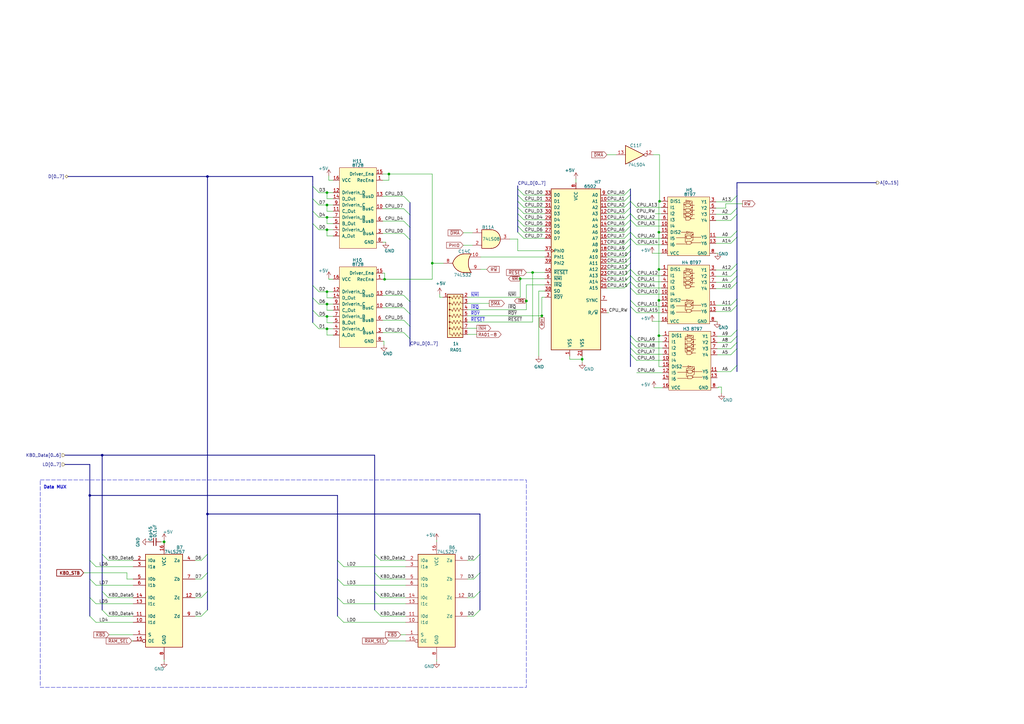
<source format=kicad_sch>
(kicad_sch (version 20230121) (generator eeschema)
  (paper "A3")
  (title_block (title "Apple II Schematic") (rev "0") (comment 1 "Captured from the Apple II Reference Manual (1979)"))
  (lib_symbols
    (symbol "74xx:74LS04"
      (property "Reference" "U" (at 0 1.27 0))
      (property "Value" "74LS04" (at 0 -1.27 0))
      (symbol "74LS04_1_0"
        (pin input line (at -7.62 0 0) (length 3.81) (name "~") (number "1"))
        (pin output inverted (at 7.62 0 180) (length 3.81) (name "~") (number "2"))
      )
      (symbol "74LS04_2_0"
        (pin input line (at -7.62 0 0) (length 3.81) (name "~") (number "3"))
        (pin output inverted (at 7.62 0 180) (length 3.81) (name "~") (number "4"))
      )
      (symbol "74LS04_3_0"
        (pin input line (at -7.62 0 0) (length 3.81) (name "~") (number "5"))
        (pin output inverted (at 7.62 0 180) (length 3.81) (name "~") (number "6"))
      )
      (symbol "74LS04_4_0"
        (pin output inverted (at 7.62 0 180) (length 3.81) (name "~") (number "8"))
        (pin input line (at -7.62 0 0) (length 3.81) (name "~") (number "9"))
      )
      (symbol "74LS04_5_0"
        (pin output inverted (at 7.62 0 180) (length 3.81) (name "~") (number "10"))
        (pin input line (at -7.62 0 0) (length 3.81) (name "~") (number "11"))
      )
      (symbol "74LS04_6_0"
        (pin output inverted (at 7.62 0 180) (length 3.81) (name "~") (number "12"))
        (pin input line (at -7.62 0 0) (length 3.81) (name "~") (number "13"))
      )
      (symbol "74LS04_7_0"
        (pin power_in line (at 0 12.7 270) (length 5.08) (name "VCC") (number "14"))
        (pin power_in line (at 0 -12.7 90) (length 5.08) (name "GND") (number "7"))
      )
    )
    (symbol "74xx:74LS08" (pin_names (offset 1.016))
      (property "Reference" "U" (at 0 1.27 0))
      (property "Value" "74LS08" (at 0 -1.27 0))
      (symbol "74LS08_1_1"
        (pin input line (at -7.62 2.54 0) (length 3.81) (name "~") (number "1"))
        (pin input line (at -7.62 -2.54 0) (length 3.81) (name "~") (number "2"))
        (pin output line (at 7.62 0 180) (length 3.81) (name "~") (number "3"))
      )
      (symbol "74LS08_1_2"
        (pin input inverted (at -7.62 2.54 0) (length 4.318) (name "~") (number "1"))
        (pin input inverted (at -7.62 -2.54 0) (length 4.318) (name "~") (number "2"))
        (pin output inverted (at 7.62 0 180) (length 3.81) (name "~") (number "3"))
      )
      (symbol "74LS08_2_1"
        (pin input line (at -7.62 2.54 0) (length 3.81) (name "~") (number "4"))
        (pin input line (at -7.62 -2.54 0) (length 3.81) (name "~") (number "5"))
        (pin output line (at 7.62 0 180) (length 3.81) (name "~") (number "6"))
      )
      (symbol "74LS08_2_2"
        (pin input inverted (at -7.62 2.54 0) (length 4.318) (name "~") (number "4"))
        (pin input inverted (at -7.62 -2.54 0) (length 4.318) (name "~") (number "5"))
        (pin output inverted (at 7.62 0 180) (length 3.81) (name "~") (number "6"))
      )
      (symbol "74LS08_3_1"
        (pin input line (at -7.62 -2.54 0) (length 3.81) (name "~") (number "10"))
        (pin output line (at 7.62 0 180) (length 3.81) (name "~") (number "8"))
        (pin input line (at -7.62 2.54 0) (length 3.81) (name "~") (number "9"))
      )
      (symbol "74LS08_3_2"
        (pin input inverted (at -7.62 -2.54 0) (length 4.318) (name "~") (number "10"))
        (pin output inverted (at 7.62 0 180) (length 3.81) (name "~") (number "8"))
        (pin input inverted (at -7.62 2.54 0) (length 4.318) (name "~") (number "9"))
      )
      (symbol "74LS08_4_1"
        (pin output line (at 7.62 0 180) (length 3.81) (name "~") (number "11"))
        (pin input line (at -7.62 2.54 0) (length 3.81) (name "~") (number "12"))
        (pin input line (at -7.62 -2.54 0) (length 3.81) (name "~") (number "13"))
      )
      (symbol "74LS08_4_2"
        (pin output inverted (at 7.62 0 180) (length 3.81) (name "~") (number "11"))
        (pin input inverted (at -7.62 2.54 0) (length 4.318) (name "~") (number "12"))
        (pin input inverted (at -7.62 -2.54 0) (length 4.318) (name "~") (number "13"))
      )
      (symbol "74LS08_5_0"
        (pin power_in line (at 0 12.7 270) (length 5.08) (name "VCC") (number "14"))
        (pin power_in line (at 0 -12.7 90) (length 5.08) (name "GND") (number "7"))
      )
    )
    (symbol "74xx:74LS257" (pin_names (offset 1.016))
      (property "Reference" "U" (at -7.62 19.05 0))
      (property "Value" "74LS257" (at -7.62 -21.59 0))
      (symbol "74LS257_1_0"
        (pin input line (at -12.7 -15.24 0) (length 5.08) (name "S") (number "1"))
        (pin input line (at -12.7 -10.16 0) (length 5.08) (name "I1d") (number "10"))
        (pin input line (at -12.7 -7.62 0) (length 5.08) (name "I0d") (number "11"))
        (pin tri_state line (at 12.7 0 180) (length 5.08) (name "Zc") (number "12"))
        (pin input line (at -12.7 -2.54 0) (length 5.08) (name "I1c") (number "13"))
        (pin input line (at -12.7 0 0) (length 5.08) (name "I0c") (number "14"))
        (pin input inverted (at -12.7 -17.78 0) (length 5.08) (name "OE") (number "15"))
        (pin power_in line (at 0 22.86 270) (length 5.08) (name "VCC") (number "16"))
        (pin input line (at -12.7 15.24 0) (length 5.08) (name "I0a") (number "2"))
        (pin input line (at -12.7 12.7 0) (length 5.08) (name "I1a") (number "3"))
        (pin tri_state line (at 12.7 15.24 180) (length 5.08) (name "Za") (number "4"))
        (pin input line (at -12.7 7.62 0) (length 5.08) (name "I0b") (number "5"))
        (pin input line (at -12.7 5.08 0) (length 5.08) (name "I1b") (number "6"))
        (pin tri_state line (at 12.7 7.62 180) (length 5.08) (name "Zb") (number "7"))
        (pin power_in line (at 0 -25.4 90) (length 5.08) (name "GND") (number "8"))
        (pin tri_state line (at 12.7 -7.62 180) (length 5.08) (name "Zd") (number "9"))
      )
    )
    (symbol "74xx:74LS32" (pin_names (offset 1.016))
      (property "Reference" "U" (at 0 1.27 0))
      (property "Value" "74LS32" (at 0 -1.27 0))
      (symbol "74LS32_1_1"
        (pin input line (at -7.62 2.54 0) (length 4.318) (name "~") (number "1"))
        (pin input line (at -7.62 -2.54 0) (length 4.318) (name "~") (number "2"))
        (pin output line (at 7.62 0 180) (length 3.81) (name "~") (number "3"))
      )
      (symbol "74LS32_1_2"
        (pin input inverted (at -7.62 2.54 0) (length 3.81) (name "~") (number "1"))
        (pin input inverted (at -7.62 -2.54 0) (length 3.81) (name "~") (number "2"))
        (pin output inverted (at 7.62 0 180) (length 3.81) (name "~") (number "3"))
      )
      (symbol "74LS32_2_1"
        (pin input line (at -7.62 2.54 0) (length 4.318) (name "~") (number "4"))
        (pin input line (at -7.62 -2.54 0) (length 4.318) (name "~") (number "5"))
        (pin output line (at 7.62 0 180) (length 3.81) (name "~") (number "6"))
      )
      (symbol "74LS32_2_2"
        (pin input inverted (at -7.62 2.54 0) (length 3.81) (name "~") (number "4"))
        (pin input inverted (at -7.62 -2.54 0) (length 3.81) (name "~") (number "5"))
        (pin output inverted (at 7.62 0 180) (length 3.81) (name "~") (number "6"))
      )
      (symbol "74LS32_3_1"
        (pin input line (at -7.62 -2.54 0) (length 4.318) (name "~") (number "10"))
        (pin output line (at 7.62 0 180) (length 3.81) (name "~") (number "8"))
        (pin input line (at -7.62 2.54 0) (length 4.318) (name "~") (number "9"))
      )
      (symbol "74LS32_3_2"
        (pin input inverted (at -7.62 -2.54 0) (length 3.81) (name "~") (number "10"))
        (pin output inverted (at 7.62 0 180) (length 3.81) (name "~") (number "8"))
        (pin input inverted (at -7.62 2.54 0) (length 3.81) (name "~") (number "9"))
      )
      (symbol "74LS32_4_1"
        (pin output line (at 7.62 0 180) (length 3.81) (name "~") (number "11"))
        (pin input line (at -7.62 2.54 0) (length 4.318) (name "~") (number "12"))
        (pin input line (at -7.62 -2.54 0) (length 4.318) (name "~") (number "13"))
      )
      (symbol "74LS32_4_2"
        (pin output inverted (at 7.62 0 180) (length 3.81) (name "~") (number "11"))
        (pin input inverted (at -7.62 2.54 0) (length 3.81) (name "~") (number "12"))
        (pin input inverted (at -7.62 -2.54 0) (length 3.81) (name "~") (number "13"))
      )
      (symbol "74LS32_5_0"
        (pin power_in line (at 0 12.7 270) (length 5.08) (name "VCC") (number "14"))
        (pin power_in line (at 0 -12.7 90) (length 5.08) (name "GND") (number "7"))
      )
    )
    (symbol "AppleII+:8T97" (pin_names (offset 1.016))
      (property "Reference" "U" (at 0 10.16 0))
      (property "Value" "8T97" (at 0.508 -16.256 0))
      (symbol "8T97_1_1"
        (pin input line (at -10.16 7.112 0) (length 2.54) (name "DIS1") (number "1"))
        (pin input line (at -10.16 -3.048 0) (length 2.54) (name "I4") (number "10"))
        (pin output line (at 12.192 -7.62 180) (length 2.54) (name "Y5") (number "11"))
        (pin input line (at -10.16 -8.128 0) (length 2.54) (name "I5") (number "12"))
        (pin output line (at 12.192 -10.16 180) (length 2.54) (name "Y6") (number "13"))
        (pin input line (at -10.16 -10.668 0) (length 2.54) (name "I6") (number "14"))
        (pin input line (at -10.16 -5.588 0) (length 2.54) (name "DIS2") (number "15"))
        (pin power_in line (at -10.16 -14.224 0) (length 2.54) (name "VCC") (number "16"))
        (pin input line (at -10.16 4.572 0) (length 2.54) (name "I1") (number "2"))
        (pin output line (at 12.192 6.858 180) (length 2.54) (name "Y1") (number "3"))
        (pin input line (at -10.16 2.032 0) (length 2.54) (name "I2") (number "4"))
        (pin output line (at 12.192 4.318 180) (length 2.54) (name "Y2") (number "5"))
        (pin input line (at -10.16 -0.508 0) (length 2.54) (name "I3") (number "6"))
        (pin output line (at 12.192 1.778 180) (length 2.54) (name "Y3") (number "7"))
        (pin power_in line (at 12.192 -14.224 180) (length 2.54) (name "GND") (number "8"))
        (pin output line (at 12.192 -0.762 180) (length 2.54) (name "Y4") (number "9"))
      )
    )
    (symbol "AppleII-rescue:8T28-AppleII" (pin_names (offset 1.016))
      (property "Reference" "U" (at -5.842 18.542 0))
      (property "Value" "AppleII_8T28" (at -5.334 16.256 0))
      (symbol "8T28-AppleII_1_1"
        (pin input line (at -10.16 -12.7 0) (length 2.54) (name "RecEna") (number "1"))
        (pin bidirectional line (at -10.16 -1.016 0) (length 2.54) (name "BusC") (number "10"))
        (pin output line (at 10.16 0 180) (length 2.54) (name "C_Out") (number "11"))
        (pin input line (at 10.16 -7.62 180) (length 2.54) (name "DriverIn_D") (number "12"))
        (pin bidirectional line (at -10.16 -6.096 0) (length 2.54) (name "BusD") (number "13"))
        (pin output line (at 10.16 -5.08 180) (length 2.54) (name "D_Out") (number "14"))
        (pin input line (at -10.16 -15.24 0) (length 2.54) (name "Driver_Ena") (number "15"))
        (pin power_in line (at 10.16 -12.7 180) (length 2.54) (name "VCC") (number "16"))
        (pin output line (at 10.16 10.16 180) (length 2.54) (name "A_Out") (number "2"))
        (pin bidirectional line (at -10.16 9.144 0) (length 2.54) (name "BusA") (number "3"))
        (pin input line (at 10.16 7.62 180) (length 2.54) (name "DriverIn_A") (number "4"))
        (pin output line (at 10.16 5.08 180) (length 2.54) (name "B_Out") (number "5"))
        (pin bidirectional line (at -10.16 4.064 0) (length 2.54) (name "BusB") (number "6"))
        (pin input line (at 10.16 2.54 180) (length 2.54) (name "DriverIn_B") (number "7"))
        (pin power_in line (at -10.16 12.7 0) (length 2.54) (name "GND") (number "8"))
        (pin input line (at 10.16 -2.54 180) (length 2.54) (name "DriverIn_C") (number "9"))
      )
    )
    (symbol "AppleII-rescue:8T97-AppleII" (pin_names (offset 1.016))
      (property "Reference" "U" (at 0 10.16 0))
      (property "Value" "AppleII_8T97" (at 0.508 -16.256 0))
      (symbol "8T97-AppleII_1_1"
        (pin input line (at -10.16 7.112 0) (length 2.54) (name "DIS1") (number "1"))
        (pin input line (at -10.16 -3.048 0) (length 2.54) (name "I4") (number "10"))
        (pin output line (at 12.192 -7.62 180) (length 2.54) (name "Y5") (number "11"))
        (pin input line (at -10.16 -8.128 0) (length 2.54) (name "I5") (number "12"))
        (pin output line (at 12.192 -10.16 180) (length 2.54) (name "Y6") (number "13"))
        (pin input line (at -10.16 -10.668 0) (length 2.54) (name "I6") (number "14"))
        (pin input line (at -10.16 -5.588 0) (length 2.54) (name "DIS2") (number "15"))
        (pin power_in line (at -10.16 -14.224 0) (length 2.54) (name "VCC") (number "16"))
        (pin input line (at -10.16 4.572 0) (length 2.54) (name "I1") (number "2"))
        (pin output line (at 12.192 6.858 180) (length 2.54) (name "Y1") (number "3"))
        (pin input line (at -10.16 2.032 0) (length 2.54) (name "I2") (number "4"))
        (pin output line (at 12.192 4.318 180) (length 2.54) (name "Y2") (number "5"))
        (pin input line (at -10.16 -0.508 0) (length 2.54) (name "I3") (number "6"))
        (pin output line (at 12.192 1.778 180) (length 2.54) (name "Y3") (number "7"))
        (pin power_in line (at 12.192 -14.224 180) (length 2.54) (name "GND") (number "8"))
        (pin output line (at 12.192 -0.762 180) (length 2.54) (name "Y4") (number "9"))
      )
    )
    (symbol "AppleII-rescue:MOS6502-AppleII" (pin_names (offset 1.016))
      (property "Reference" "U" (at -8.89 34.29 0))
      (property "Value" "AppleII_MOS6502" (at 10.16 34.29 0))
      (symbol "MOS6502-AppleII_1_1"
        (pin power_in line (at -2.54 -35.56 90) (length 2.54) (name "VSS") (number "1"))
        (pin output line (at 12.7 27.94 180) (length 2.54) (name "A1") (number "10"))
        (pin output line (at 12.7 25.4 180) (length 2.54) (name "A2") (number "11"))
        (pin output line (at 12.7 22.86 180) (length 2.54) (name "A3") (number "12"))
        (pin output line (at 12.7 20.32 180) (length 2.54) (name "A4") (number "13"))
        (pin output line (at 12.7 17.78 180) (length 2.54) (name "A5") (number "14"))
        (pin output line (at 12.7 15.24 180) (length 2.54) (name "A6") (number "15"))
        (pin output line (at 12.7 12.7 180) (length 2.54) (name "A7") (number "16"))
        (pin output line (at 12.7 10.16 180) (length 2.54) (name "A8") (number "17"))
        (pin output line (at 12.7 7.62 180) (length 2.54) (name "A9") (number "18"))
        (pin output line (at 12.7 5.08 180) (length 2.54) (name "A10") (number "19"))
        (pin bidirectional line (at -12.7 -11.43 0) (length 2.54) (name "~{RDY}") (number "2"))
        (pin output line (at 12.7 2.54 180) (length 2.54) (name "A11") (number "20"))
        (pin power_in line (at 2.54 -35.56 90) (length 2.54) (name "VSS") (number "21"))
        (pin output line (at 12.7 0 180) (length 2.54) (name "A12") (number "22"))
        (pin output line (at 12.7 -2.54 180) (length 2.54) (name "A13") (number "23"))
        (pin output line (at 12.7 -5.08 180) (length 2.54) (name "A14") (number "24"))
        (pin output line (at 12.7 -7.62 180) (length 2.54) (name "A15") (number "25"))
        (pin bidirectional line (at -12.7 12.7 0) (length 2.54) (name "D7") (number "26"))
        (pin bidirectional line (at -12.7 15.24 0) (length 2.54) (name "D6") (number "27"))
        (pin bidirectional line (at -12.7 17.78 0) (length 2.54) (name "D5") (number "28"))
        (pin bidirectional line (at -12.7 20.32 0) (length 2.54) (name "D4") (number "29"))
        (pin output line (at -12.7 5.08 0) (length 2.54) (name "Phi1") (number "3"))
        (pin bidirectional line (at -12.7 22.86 0) (length 2.54) (name "D3") (number "30"))
        (pin bidirectional line (at -12.7 25.4 0) (length 2.54) (name "D2") (number "31"))
        (pin bidirectional line (at -12.7 27.94 0) (length 2.54) (name "D1") (number "32"))
        (pin bidirectional line (at -12.7 30.48 0) (length 2.54) (name "D0") (number "33"))
        (pin output line (at 12.7 -17.78 180) (length 2.54) (name "R/~{W}") (number "34"))
        (pin no_connect line (at -12.7 -22.86 0) (length 2.54) hide (name "N.C.") (number "35"))
        (pin no_connect line (at -12.7 -25.4 0) (length 2.54) hide (name "N.C.") (number "36"))
        (pin input clock (at -12.7 7.62 0) (length 2.54) (name "Phi0") (number "37"))
        (pin input line (at -12.7 -8.89 0) (length 2.54) (name "SO") (number "38"))
        (pin output line (at -12.7 2.54 0) (length 2.54) (name "Phi2") (number "39"))
        (pin input line (at -12.7 -6.35 0) (length 2.54) (name "~{IRQ}") (number "4"))
        (pin input line (at -12.7 -1.27 0) (length 2.54) (name "~{RESET}") (number "40"))
        (pin no_connect line (at -12.7 -20.32 0) (length 2.54) hide (name "NC") (number "5"))
        (pin input line (at -12.7 -3.81 0) (length 2.54) (name "~{NMI}") (number "6"))
        (pin output line (at 12.7 -12.7 180) (length 2.54) (name "SYNC") (number "7"))
        (pin power_in line (at 0 35.56 270) (length 2.54) (name "VCC") (number "8"))
        (pin output line (at 12.7 30.48 180) (length 2.54) (name "A0") (number "9"))
      )
    )
    (symbol "Device:C_Small" (pin_numbers hide) (pin_names (offset 0.254) hide)
      (property "Reference" "C" (at 0.254 1.778 0))
      (property "Value" "C_Small" (at 0.254 -2.032 0))
      (symbol "C_Small_1_1"
        (pin passive line (at 0 2.54 270) (length 2.032) (name "~") (number "1"))
        (pin passive line (at 0 -2.54 90) (length 2.032) (name "~") (number "2"))
      )
    )
    (symbol "Device:R_Network07_US" (pin_names (offset 0) hide)
      (property "Reference" "RN" (at -10.16 0 90))
      (property "Value" "R_Network07_US" (at 10.16 0 90))
      (symbol "R_Network07_US_1_1"
        (pin passive line (at -7.62 5.08 270) (length 2.54) (name "common") (number "1"))
        (pin passive line (at -7.62 -5.08 90) (length 1.27) (name "R1") (number "2"))
        (pin passive line (at -5.08 -5.08 90) (length 1.27) (name "R2") (number "3"))
        (pin passive line (at -2.54 -5.08 90) (length 1.27) (name "R3") (number "4"))
        (pin passive line (at 0 -5.08 90) (length 1.27) (name "R4") (number "5"))
        (pin passive line (at 2.54 -5.08 90) (length 1.27) (name "R5") (number "6"))
        (pin passive line (at 5.08 -5.08 90) (length 1.27) (name "R6") (number "7"))
        (pin passive line (at 7.62 -5.08 90) (length 1.27) (name "R7") (number "8"))
      )
    )
    (symbol "power:+5V" (power) (pin_names (offset 0))
      (property "Value" "+5V" (at 0 3.556 0))
      (symbol "+5V_1_1"
        (pin power_in line (at 0 0 90) (length 0) hide (name "+5V") (number "1"))
      )
    )
    (symbol "power:GND" (power) (pin_names (offset 0))
      (property "Value" "GND" (at 0 -3.81 0))
      (symbol "GND_1_1"
        (pin power_in line (at 0 0 270) (length 0) hide (name "GND") (number "1"))
      )
    )
  )
  (junction (at 177.292 107.95))
  (junction (at 213.36 114.3))
  (junction (at 134.112 94.234))
  (junction (at 134.112 78.994))
  (junction (at 134.112 119.634))
  (junction (at 218.44 111.76))
  (junction (at 134.112 124.714))
  (junction (at 134.112 89.154))
  (junction (at 270.256 95.25))
  (junction (at 134.112 134.874))
  (junction (at 134.112 84.074))
  (junction (at 159.512 71.374))
  (junction (at 85.09 210.82))
  (junction (at 134.112 129.794))
  (junction (at 85.09 72.39))
  (junction (at 270.256 123.19))
  (junction (at 67.31 222.25))
  (junction (at 270.256 110.49))
  (junction (at 222.25 129.54))
  (junction (at 270.51 82.55))
  (junction (at 36.83 203.2))
  (junction (at 41.91 186.69))
  (junction (at 157.734 114.554))
  (junction (at 238.76 147.32))
  (junction (at 270.256 137.668))
  (junction (at 215.9 123.444))
  (bus_entry (at 138.43 252.73) (size 2.54 2.54))
  (bus_entry (at 302.26 108.204) (size -2.54 2.54))
  (bus_entry (at 258.572 140.208) (size 2.54 2.54))
  (bus_entry (at 302.26 143.002) (size -2.54 2.54))
  (bus_entry (at 302.26 140.462) (size -2.54 2.54))
  (bus_entry (at 258.572 115.57) (size 2.54 2.54))
  (bus_entry (at 256.032 90.17) (size 2.54 -2.54))
  (bus_entry (at 168.148 83.058) (size -2.54 -2.54))
  (bus_entry (at 256.032 102.87) (size 2.54 -2.54))
  (bus_entry (at 36.83 245.11) (size 2.54 2.54))
  (bus_entry (at 128.27 91.694) (size 2.54 2.54))
  (bus_entry (at 196.85 250.19) (size -2.54 2.54))
  (bus_entry (at 258.572 145.288) (size 2.54 2.54))
  (bus_entry (at 258.572 137.668) (size 2.54 2.54))
  (bus_entry (at 168.148 133.858) (size -2.54 -2.54))
  (bus_entry (at 212.344 95.25) (size 2.54 2.54))
  (bus_entry (at 258.572 95.25) (size 2.54 2.54))
  (bus_entry (at 41.91 227.33) (size 2.54 2.54))
  (bus_entry (at 256.032 95.25) (size 2.54 -2.54))
  (bus_entry (at 153.67 242.57) (size 2.54 2.54))
  (bus_entry (at 128.27 81.534) (size 2.54 2.54))
  (bus_entry (at 85.09 234.95) (size -2.54 2.54))
  (bus_entry (at 256.032 97.79) (size 2.54 -2.54))
  (bus_entry (at 302.26 87.884) (size -2.54 2.54))
  (bus_entry (at 138.43 237.49) (size 2.54 2.54))
  (bus_entry (at 153.67 234.95) (size 2.54 2.54))
  (bus_entry (at 302.26 97.282) (size -2.54 2.54))
  (bus_entry (at 128.27 127.254) (size 2.54 2.54))
  (bus_entry (at 85.09 250.19) (size -2.54 2.54))
  (bus_entry (at 196.85 242.57) (size -2.54 2.54))
  (bus_entry (at 258.572 118.11) (size 2.54 2.54))
  (bus_entry (at 302.26 80.264) (size -2.54 2.54))
  (bus_entry (at 153.67 250.19) (size 2.54 2.54))
  (bus_entry (at 36.83 252.73) (size 2.54 2.54))
  (bus_entry (at 302.26 85.344) (size -2.54 2.54))
  (bus_entry (at 168.148 123.698) (size -2.54 -2.54))
  (bus_entry (at 258.572 90.17) (size 2.54 2.54))
  (bus_entry (at 128.27 117.094) (size 2.54 2.54))
  (bus_entry (at 302.26 135.382) (size -2.54 2.54))
  (bus_entry (at 85.09 242.57) (size -2.54 2.54))
  (bus_entry (at 256.032 85.09) (size 2.54 -2.54))
  (bus_entry (at 212.344 92.71) (size 2.54 2.54))
  (bus_entry (at 128.27 132.334) (size 2.54 2.54))
  (bus_entry (at 302.26 94.742) (size -2.54 2.54))
  (bus_entry (at 196.85 234.95) (size -2.54 2.54))
  (bus_entry (at 258.572 110.49) (size 2.54 2.54))
  (bus_entry (at 41.91 250.19) (size 2.54 2.54))
  (bus_entry (at 36.83 237.49) (size 2.54 2.54))
  (bus_entry (at 302.26 110.744) (size -2.54 2.54))
  (bus_entry (at 138.43 245.11) (size 2.54 2.54))
  (bus_entry (at 212.344 80.01) (size 2.54 2.54))
  (bus_entry (at 258.572 123.19) (size 2.54 2.54))
  (bus_entry (at 153.67 227.33) (size 2.54 2.54))
  (bus_entry (at 256.032 110.49) (size 2.54 -2.54))
  (bus_entry (at 256.032 107.95) (size 2.54 -2.54))
  (bus_entry (at 212.344 90.17) (size 2.54 2.54))
  (bus_entry (at 256.032 118.11) (size 2.54 -2.54))
  (bus_entry (at 258.572 125.73) (size 2.54 2.54))
  (bus_entry (at 302.26 125.222) (size -2.54 2.54))
  (bus_entry (at 168.148 93.218) (size -2.54 -2.54))
  (bus_entry (at 256.032 92.71) (size 2.54 -2.54))
  (bus_entry (at 258.572 82.55) (size 2.54 2.54))
  (bus_entry (at 128.27 122.174) (size 2.54 2.54))
  (bus_entry (at 168.148 98.298) (size -2.54 -2.54))
  (bus_entry (at 258.572 113.03) (size 2.54 2.54))
  (bus_entry (at 302.26 113.284) (size -2.54 2.54))
  (bus_entry (at 168.148 138.938) (size -2.54 -2.54))
  (bus_entry (at 256.032 113.03) (size 2.54 -2.54))
  (bus_entry (at 256.032 115.57) (size 2.54 -2.54))
  (bus_entry (at 258.572 77.47) (size -2.54 2.54))
  (bus_entry (at 212.344 87.63) (size 2.54 2.54))
  (bus_entry (at 258.572 142.748) (size 2.54 2.54))
  (bus_entry (at 212.344 85.09) (size 2.54 2.54))
  (bus_entry (at 41.91 242.57) (size 2.54 2.54))
  (bus_entry (at 256.032 87.63) (size 2.54 -2.54))
  (bus_entry (at 85.09 227.33) (size -2.54 2.54))
  (bus_entry (at 258.572 87.63) (size 2.54 2.54))
  (bus_entry (at 256.032 100.33) (size 2.54 -2.54))
  (bus_entry (at 212.344 77.47) (size 2.54 2.54))
  (bus_entry (at 258.572 80.01) (size -2.54 2.54))
  (bus_entry (at 168.148 128.778) (size -2.54 -2.54))
  (bus_entry (at 168.148 88.138) (size -2.54 -2.54))
  (bus_entry (at 212.344 82.55) (size 2.54 2.54))
  (bus_entry (at 128.27 76.454) (size 2.54 2.54))
  (bus_entry (at 128.27 86.614) (size 2.54 2.54))
  (bus_entry (at 138.43 229.87) (size 2.54 2.54))
  (bus_entry (at 256.032 105.41) (size 2.54 -2.54))
  (bus_entry (at 302.26 149.86) (size -2.54 2.54))
  (bus_entry (at 36.83 229.87) (size 2.54 2.54))
  (bus_entry (at 302.26 115.824) (size -2.54 2.54))
  (bus_entry (at 258.572 97.79) (size 2.54 2.54))
  (bus_entry (at 302.26 137.922) (size -2.54 2.54))
  (bus_entry (at 196.85 227.33) (size -2.54 2.54))
  (bus_entry (at 302.26 122.682) (size -2.54 2.54))
  (bus (pts (xy 302.26 97.282) (xy 302.26 108.204)))
  (wire (pts (xy 248.92 113.03) (xy 256.032 113.03)))
  (bus (pts (xy 258.572 145.288) (xy 258.572 150.368)))
  (bus (pts (xy 212.344 76.2) (xy 212.344 77.47)))
  (wire (pts (xy 248.92 90.17) (xy 256.032 90.17)))
  (bus (pts (xy 26.67 190.5) (xy 36.83 190.5)))
  (wire (pts (xy 248.92 95.25) (xy 256.032 95.25)))
  (wire (pts (xy 248.92 63.5) (xy 252.73 63.5)))
  (wire (pts (xy 156.972 139.954) (xy 157.48 139.954)))
  (bus (pts (xy 85.09 72.39) (xy 128.27 72.39)))
  (bus (pts (xy 153.67 234.95) (xy 153.67 242.57)))
  (wire (pts (xy 261.112 92.71) (xy 271.272 92.71)))
  (bus (pts (xy 258.572 113.03) (xy 258.572 115.57)))
  (bus (pts (xy 302.26 122.682) (xy 302.26 125.222)))
  (wire (pts (xy 214.884 97.79) (xy 223.52 97.79)))
  (wire (pts (xy 271.272 82.55) (xy 270.51 82.55)))
  (wire (pts (xy 271.272 123.19) (xy 270.256 123.19)))
  (wire (pts (xy 295.91 158.75) (xy 295.91 161.29)))
  (wire (pts (xy 261.112 128.27) (xy 271.272 128.27)))
  (bus (pts (xy 138.43 245.11) (xy 138.43 252.73)))
  (wire (pts (xy 212.344 98.044) (xy 212.344 102.87)))
  (wire (pts (xy 166.37 229.87) (xy 156.21 229.87)))
  (wire (pts (xy 39.37 247.65) (xy 54.61 247.65)))
  (wire (pts (xy 214.884 95.25) (xy 223.52 95.25)))
  (wire (pts (xy 166.37 237.49) (xy 156.21 237.49)))
  (bus (pts (xy 302.26 115.824) (xy 302.26 122.682)))
  (wire (pts (xy 134.112 89.154) (xy 136.652 89.154)))
  (bus (pts (xy 168.148 133.858) (xy 168.148 138.938)))
  (bus (pts (xy 212.344 77.47) (xy 212.344 80.01)))
  (wire (pts (xy 136.652 81.534) (xy 134.112 81.534)))
  (wire (pts (xy 134.112 94.234) (xy 136.652 94.234)))
  (bus (pts (xy 168.148 128.778) (xy 168.148 133.858)))
  (wire (pts (xy 191.77 252.73) (xy 194.31 252.73)))
  (bus (pts (xy 41.91 242.57) (xy 41.91 250.19)))
  (wire (pts (xy 213.36 114.3) (xy 213.36 121.92)))
  (wire (pts (xy 180.34 121.92) (xy 181.61 121.92)))
  (wire (pts (xy 295.91 158.75) (xy 294.64 158.75)))
  (bus (pts (xy 27.94 72.39) (xy 85.09 72.39)))
  (wire (pts (xy 297.688 83.566) (xy 304.546 83.566)))
  (wire (pts (xy 157.734 112.014) (xy 157.734 114.554)))
  (wire (pts (xy 134.112 134.874) (xy 136.652 134.874)))
  (wire (pts (xy 261.112 152.908) (xy 271.78 152.908)))
  (bus (pts (xy 302.26 85.344) (xy 302.26 87.884)))
  (wire (pts (xy 293.624 85.344) (xy 297.688 85.344)))
  (wire (pts (xy 215.9 123.444) (xy 215.9 116.84)))
  (wire (pts (xy 165.608 126.238) (xy 156.972 126.238)))
  (bus (pts (xy 258.572 95.25) (xy 258.572 97.79)))
  (wire (pts (xy 180.34 120.65) (xy 180.34 121.92)))
  (wire (pts (xy 199.644 110.49) (xy 197.104 110.49)))
  (bus (pts (xy 258.572 123.19) (xy 258.572 125.73)))
  (wire (pts (xy 166.37 252.73) (xy 156.21 252.73)))
  (bus (pts (xy 258.572 105.41) (xy 258.572 107.95)))
  (wire (pts (xy 248.92 92.71) (xy 256.032 92.71)))
  (wire (pts (xy 134.112 129.794) (xy 136.652 129.794)))
  (bus (pts (xy 196.85 227.33) (xy 196.85 234.95)))
  (wire (pts (xy 214.884 80.01) (xy 223.52 80.01)))
  (bus (pts (xy 258.572 90.17) (xy 258.572 92.71)))
  (bus (pts (xy 258.572 97.79) (xy 258.572 100.33)))
  (bus (pts (xy 196.85 242.57) (xy 196.85 250.19)))
  (wire (pts (xy 134.112 124.714) (xy 136.652 124.714)))
  (wire (pts (xy 270.51 82.55) (xy 270.51 63.5)))
  (bus (pts (xy 168.148 88.138) (xy 168.148 93.218)))
  (wire (pts (xy 136.652 96.774) (xy 134.112 96.774)))
  (wire (pts (xy 271.78 150.368) (xy 270.256 150.368)))
  (bus (pts (xy 302.26 125.222) (xy 302.26 135.382)))
  (bus (pts (xy 196.85 234.95) (xy 196.85 242.57)))
  (wire (pts (xy 181.864 107.95) (xy 177.292 107.95)))
  (bus (pts (xy 128.27 86.614) (xy 128.27 91.694)))
  (bus (pts (xy 128.27 122.174) (xy 128.27 127.254)))
  (wire (pts (xy 39.37 240.03) (xy 54.61 240.03)))
  (wire (pts (xy 130.81 119.634) (xy 134.112 119.634)))
  (wire (pts (xy 177.292 107.95) (xy 177.292 71.374)))
  (wire (pts (xy 166.37 260.35) (xy 164.338 260.35)))
  (bus (pts (xy 258.572 110.49) (xy 258.572 113.03)))
  (wire (pts (xy 294.132 140.462) (xy 299.72 140.462)))
  (wire (pts (xy 214.884 90.17) (xy 223.52 90.17)))
  (bus (pts (xy 36.83 245.11) (xy 36.83 252.73)))
  (wire (pts (xy 222.25 121.92) (xy 223.52 121.92)))
  (wire (pts (xy 39.37 255.27) (xy 54.61 255.27)))
  (wire (pts (xy 165.608 95.758) (xy 156.972 95.758)))
  (wire (pts (xy 261.112 97.79) (xy 271.272 97.79)))
  (bus (pts (xy 302.26 108.204) (xy 302.26 110.744)))
  (wire (pts (xy 270.256 123.19) (xy 270.256 110.49)))
  (bus (pts (xy 212.344 87.63) (xy 212.344 90.17)))
  (bus (pts (xy 85.09 72.39) (xy 85.09 210.82)))
  (wire (pts (xy 271.272 95.25) (xy 270.256 95.25)))
  (wire (pts (xy 293.624 118.364) (xy 299.72 118.364)))
  (wire (pts (xy 215.392 123.444) (xy 215.9 123.444)))
  (wire (pts (xy 268.224 159.004) (xy 271.78 159.004)))
  (wire (pts (xy 165.608 80.518) (xy 156.972 80.518)))
  (wire (pts (xy 220.98 119.38) (xy 223.52 119.38)))
  (wire (pts (xy 44.45 245.11) (xy 54.61 245.11)))
  (wire (pts (xy 166.37 245.11) (xy 156.21 245.11)))
  (wire (pts (xy 271.78 137.668) (xy 270.256 137.668)))
  (wire (pts (xy 261.112 147.828) (xy 271.78 147.828)))
  (bus (pts (xy 36.83 203.2) (xy 36.83 229.87)))
  (bus (pts (xy 41.91 227.33) (xy 41.91 242.57)))
  (bus (pts (xy 258.572 142.748) (xy 258.572 145.288)))
  (wire (pts (xy 293.624 115.824) (xy 299.72 115.824)))
  (bus (pts (xy 258.572 107.95) (xy 258.572 110.49)))
  (bus (pts (xy 36.83 237.49) (xy 36.83 245.11)))
  (wire (pts (xy 156.972 73.914) (xy 159.512 73.914)))
  (bus (pts (xy 36.83 190.5) (xy 36.83 203.2)))
  (wire (pts (xy 52.07 234.95) (xy 52.07 237.49)))
  (bus (pts (xy 302.26 74.93) (xy 359.41 74.93)))
  (bus (pts (xy 258.572 137.668) (xy 258.572 140.208)))
  (wire (pts (xy 179.07 271.272) (xy 179.07 270.51)))
  (wire (pts (xy 134.874 72.136) (xy 134.874 73.914)))
  (wire (pts (xy 270.256 150.368) (xy 270.256 137.668)))
  (bus (pts (xy 128.27 76.454) (xy 128.27 81.534)))
  (bus (pts (xy 41.91 186.69) (xy 153.67 186.69)))
  (wire (pts (xy 189.992 95.504) (xy 193.802 95.504)))
  (bus (pts (xy 258.572 80.01) (xy 258.572 82.55)))
  (bus (pts (xy 302.26 149.86) (xy 302.26 152.4)))
  (bus (pts (xy 212.344 90.17) (xy 212.344 92.71)))
  (wire (pts (xy 165.608 131.318) (xy 156.972 131.318)))
  (wire (pts (xy 134.112 137.414) (xy 134.112 134.874)))
  (wire (pts (xy 191.77 129.54) (xy 222.25 129.54)))
  (wire (pts (xy 44.704 260.35) (xy 54.61 260.35)))
  (bus (pts (xy 85.09 242.57) (xy 85.09 250.19)))
  (wire (pts (xy 261.112 90.17) (xy 271.272 90.17)))
  (wire (pts (xy 157.734 114.554) (xy 156.972 114.554)))
  (wire (pts (xy 39.37 232.41) (xy 54.61 232.41)))
  (bus (pts (xy 258.572 102.87) (xy 258.572 105.41)))
  (bus (pts (xy 302.26 94.742) (xy 302.26 97.282)))
  (wire (pts (xy 159.512 71.374) (xy 156.972 71.374)))
  (wire (pts (xy 261.112 100.33) (xy 271.272 100.33)))
  (wire (pts (xy 54.102 262.89) (xy 54.61 262.89)))
  (wire (pts (xy 134.874 114.046) (xy 134.874 114.554)))
  (wire (pts (xy 248.92 100.33) (xy 256.032 100.33)))
  (bus (pts (xy 258.572 85.09) (xy 258.572 87.63)))
  (wire (pts (xy 134.112 127.254) (xy 134.112 124.714)))
  (wire (pts (xy 261.112 120.65) (xy 271.272 120.65)))
  (wire (pts (xy 293.624 125.222) (xy 299.72 125.222)))
  (wire (pts (xy 293.624 113.284) (xy 299.72 113.284)))
  (bus (pts (xy 258.572 115.57) (xy 258.572 118.11)))
  (wire (pts (xy 215.9 127) (xy 215.9 123.444)))
  (wire (pts (xy 248.92 102.87) (xy 256.032 102.87)))
  (wire (pts (xy 134.112 119.634) (xy 136.652 119.634)))
  (wire (pts (xy 293.624 131.826) (xy 294.132 131.826)))
  (wire (pts (xy 261.112 125.73) (xy 271.272 125.73)))
  (wire (pts (xy 130.81 78.994) (xy 134.112 78.994)))
  (wire (pts (xy 52.07 234.95) (xy 34.29 234.95)))
  (bus (pts (xy 168.148 138.938) (xy 168.148 141.986)))
  (wire (pts (xy 134.874 73.914) (xy 136.652 73.914)))
  (wire (pts (xy 248.92 87.63) (xy 256.032 87.63)))
  (wire (pts (xy 294.64 159.004) (xy 294.132 159.004)))
  (bus (pts (xy 128.27 75.184) (xy 128.27 76.454)))
  (wire (pts (xy 140.97 255.27) (xy 166.37 255.27)))
  (bus (pts (xy 128.27 127.254) (xy 128.27 132.334)))
  (wire (pts (xy 238.76 147.32) (xy 238.76 146.05)))
  (wire (pts (xy 134.112 122.174) (xy 134.112 119.634)))
  (bus (pts (xy 212.344 85.09) (xy 212.344 87.63)))
  (wire (pts (xy 248.92 82.55) (xy 256.032 82.55)))
  (wire (pts (xy 197.104 105.41) (xy 223.52 105.41)))
  (wire (pts (xy 261.112 113.03) (xy 271.272 113.03)))
  (wire (pts (xy 267.462 131.826) (xy 271.272 131.826)))
  (wire (pts (xy 212.344 102.87) (xy 223.52 102.87)))
  (wire (pts (xy 261.112 140.208) (xy 271.78 140.208)))
  (bus (pts (xy 212.344 80.01) (xy 212.344 82.55)))
  (bus (pts (xy 302.26 80.264) (xy 302.26 85.344)))
  (wire (pts (xy 191.77 137.16) (xy 195.58 137.16)))
  (wire (pts (xy 293.624 90.424) (xy 299.72 90.424)))
  (wire (pts (xy 177.292 114.554) (xy 177.292 107.95)))
  (wire (pts (xy 140.97 240.03) (xy 166.37 240.03)))
  (wire (pts (xy 214.884 85.09) (xy 223.52 85.09)))
  (wire (pts (xy 177.292 71.374) (xy 159.512 71.374)))
  (wire (pts (xy 293.624 82.804) (xy 299.72 82.804)))
  (wire (pts (xy 248.92 107.95) (xy 256.032 107.95)))
  (wire (pts (xy 130.81 129.794) (xy 134.112 129.794)))
  (bus (pts (xy 128.27 81.534) (xy 128.27 86.614)))
  (wire (pts (xy 134.112 132.334) (xy 134.112 129.794)))
  (wire (pts (xy 222.25 129.54) (xy 222.25 130.302)))
  (wire (pts (xy 165.608 121.158) (xy 156.972 121.158)))
  (wire (pts (xy 189.992 100.584) (xy 193.802 100.584)))
  (bus (pts (xy 302.26 110.744) (xy 302.26 113.284)))
  (wire (pts (xy 233.68 146.05) (xy 233.68 147.32)))
  (bus (pts (xy 302.26 87.884) (xy 302.26 94.742)))
  (bus (pts (xy 85.09 227.33) (xy 85.09 234.95)))
  (bus (pts (xy 168.148 123.698) (xy 168.148 128.778)))
  (wire (pts (xy 80.01 252.73) (xy 82.55 252.73)))
  (wire (pts (xy 191.77 229.87) (xy 194.31 229.87)))
  (bus (pts (xy 196.85 210.82) (xy 196.85 227.33)))
  (wire (pts (xy 220.98 119.38) (xy 220.98 146.05)))
  (wire (pts (xy 214.884 82.55) (xy 223.52 82.55)))
  (wire (pts (xy 214.884 92.71) (xy 223.52 92.71)))
  (wire (pts (xy 233.68 147.32) (xy 238.76 147.32)))
  (bus (pts (xy 85.09 210.82) (xy 196.85 210.82)))
  (wire (pts (xy 297.688 85.344) (xy 297.688 83.566)))
  (wire (pts (xy 261.112 118.11) (xy 271.272 118.11)))
  (bus (pts (xy 258.572 118.11) (xy 258.572 123.19)))
  (wire (pts (xy 293.624 103.886) (xy 294.386 103.886)))
  (wire (pts (xy 293.624 97.282) (xy 299.72 97.282)))
  (bus (pts (xy 168.148 93.218) (xy 168.148 98.298)))
  (wire (pts (xy 248.92 118.11) (xy 256.032 118.11)))
  (wire (pts (xy 294.132 137.922) (xy 299.72 137.922)))
  (bus (pts (xy 302.26 140.462) (xy 302.26 143.002)))
  (wire (pts (xy 177.292 114.554) (xy 157.734 114.554)))
  (wire (pts (xy 270.256 95.25) (xy 270.256 82.55)))
  (bus (pts (xy 26.67 186.69) (xy 41.91 186.69)))
  (wire (pts (xy 136.652 137.414) (xy 134.112 137.414)))
  (wire (pts (xy 248.92 110.49) (xy 256.032 110.49)))
  (bus (pts (xy 302.26 143.002) (xy 302.26 149.86)))
  (wire (pts (xy 191.77 134.62) (xy 195.58 134.62)))
  (wire (pts (xy 218.44 111.76) (xy 223.52 111.76)))
  (bus (pts (xy 302.26 77.47) (xy 302.26 74.93)))
  (wire (pts (xy 248.92 105.41) (xy 256.032 105.41)))
  (bus (pts (xy 302.26 113.284) (xy 302.26 115.824)))
  (bus (pts (xy 36.83 229.87) (xy 36.83 237.49)))
  (wire (pts (xy 134.112 86.614) (xy 134.112 84.074)))
  (wire (pts (xy 191.77 121.92) (xy 213.36 121.92)))
  (wire (pts (xy 222.25 121.92) (xy 222.25 129.54)))
  (bus (pts (xy 302.26 137.922) (xy 302.26 140.462)))
  (wire (pts (xy 248.92 128.27) (xy 249.682 128.27)))
  (wire (pts (xy 80.01 237.49) (xy 82.55 237.49)))
  (wire (pts (xy 270.256 137.668) (xy 270.256 123.19)))
  (wire (pts (xy 270.51 82.55) (xy 270.256 82.55)))
  (bus (pts (xy 36.83 203.2) (xy 138.43 203.2)))
  (bus (pts (xy 85.09 234.95) (xy 85.09 242.57)))
  (wire (pts (xy 248.92 115.57) (xy 256.032 115.57)))
  (wire (pts (xy 140.97 247.65) (xy 166.37 247.65)))
  (wire (pts (xy 261.112 115.57) (xy 271.272 115.57)))
  (wire (pts (xy 156.972 99.314) (xy 158.242 99.314)))
  (wire (pts (xy 215.9 111.76) (xy 218.44 111.76)))
  (wire (pts (xy 165.608 85.598) (xy 156.972 85.598)))
  (wire (pts (xy 140.97 232.41) (xy 166.37 232.41)))
  (wire (pts (xy 209.042 98.044) (xy 212.344 98.044)))
  (bus (pts (xy 258.572 100.33) (xy 258.572 102.87)))
  (bus (pts (xy 168.148 83.058) (xy 168.148 88.138)))
  (wire (pts (xy 238.76 148.59) (xy 238.76 147.32)))
  (wire (pts (xy 261.112 85.09) (xy 271.272 85.09)))
  (wire (pts (xy 80.01 229.87) (xy 82.55 229.87)))
  (wire (pts (xy 165.608 90.678) (xy 156.972 90.678)))
  (wire (pts (xy 134.112 78.994) (xy 136.652 78.994)))
  (bus (pts (xy 258.572 125.73) (xy 258.572 137.668)))
  (bus (pts (xy 258.572 87.63) (xy 258.572 90.17)))
  (bus (pts (xy 168.148 98.298) (xy 168.148 123.698)))
  (wire (pts (xy 248.92 85.09) (xy 256.032 85.09)))
  (wire (pts (xy 44.45 252.73) (xy 54.61 252.73)))
  (wire (pts (xy 130.81 89.154) (xy 134.112 89.154)))
  (wire (pts (xy 294.64 158.75) (xy 294.64 159.004)))
  (wire (pts (xy 270.256 110.49) (xy 270.256 95.25)))
  (bus (pts (xy 153.67 186.69) (xy 153.67 227.33)))
  (wire (pts (xy 191.77 245.11) (xy 194.31 245.11)))
  (wire (pts (xy 191.77 132.08) (xy 218.44 132.08)))
  (wire (pts (xy 261.112 142.748) (xy 271.78 142.748)))
  (bus (pts (xy 302.26 135.382) (xy 302.26 137.922)))
  (wire (pts (xy 130.81 134.874) (xy 134.112 134.874)))
  (wire (pts (xy 293.624 127.762) (xy 299.72 127.762)))
  (bus (pts (xy 128.27 72.39) (xy 128.27 74.93)))
  (wire (pts (xy 166.37 262.89) (xy 159.258 262.89)))
  (bus (pts (xy 153.67 227.33) (xy 153.67 234.95)))
  (wire (pts (xy 134.112 96.774) (xy 134.112 94.234)))
  (wire (pts (xy 67.31 271.272) (xy 67.31 270.51)))
  (wire (pts (xy 213.36 114.3) (xy 223.52 114.3)))
  (wire (pts (xy 267.462 103.886) (xy 271.272 103.886)))
  (wire (pts (xy 191.77 237.49) (xy 194.31 237.49)))
  (wire (pts (xy 218.44 111.76) (xy 218.44 132.08)))
  (wire (pts (xy 67.31 221.488) (xy 67.31 222.25)))
  (bus (pts (xy 258.572 82.55) (xy 258.572 85.09)))
  (wire (pts (xy 44.45 229.87) (xy 54.61 229.87)))
  (bus (pts (xy 128.27 117.094) (xy 128.27 122.174)))
  (wire (pts (xy 293.624 99.822) (xy 299.72 99.822)))
  (wire (pts (xy 130.81 84.074) (xy 134.112 84.074)))
  (wire (pts (xy 130.81 124.714) (xy 134.112 124.714)))
  (wire (pts (xy 268.732 87.63) (xy 271.272 87.63)))
  (bus (pts (xy 258.572 92.71) (xy 258.572 95.25)))
  (wire (pts (xy 294.132 152.4) (xy 299.72 152.4)))
  (wire (pts (xy 156.972 112.014) (xy 157.734 112.014)))
  (wire (pts (xy 179.07 221.488) (xy 179.07 222.25)))
  (wire (pts (xy 294.132 145.542) (xy 299.72 145.542)))
  (wire (pts (xy 134.112 81.534) (xy 134.112 78.994)))
  (wire (pts (xy 248.92 80.01) (xy 256.032 80.01)))
  (wire (pts (xy 294.132 143.002) (xy 299.72 143.002)))
  (wire (pts (xy 136.652 86.614) (xy 134.112 86.614)))
  (wire (pts (xy 271.272 110.49) (xy 270.256 110.49)))
  (wire (pts (xy 159.512 73.914) (xy 159.512 71.374)))
  (bus (pts (xy 212.344 92.71) (xy 212.344 95.25)))
  (bus (pts (xy 258.572 77.47) (xy 258.572 80.01)))
  (bus (pts (xy 153.67 242.57) (xy 153.67 250.19)))
  (bus (pts (xy 85.09 210.82) (xy 85.09 227.33)))
  (wire (pts (xy 136.652 91.694) (xy 134.112 91.694)))
  (wire (pts (xy 136.652 127.254) (xy 134.112 127.254)))
  (wire (pts (xy 165.608 136.398) (xy 156.972 136.398)))
  (wire (pts (xy 191.77 124.46) (xy 200.66 124.46)))
  (bus (pts (xy 41.91 186.69) (xy 41.91 227.33)))
  (wire (pts (xy 134.112 84.074) (xy 136.652 84.074)))
  (wire (pts (xy 215.9 116.84) (xy 223.52 116.84)))
  (bus (pts (xy 138.43 203.2) (xy 138.43 229.87)))
  (bus (pts (xy 138.43 229.87) (xy 138.43 237.49)))
  (wire (pts (xy 248.92 97.79) (xy 256.032 97.79)))
  (wire (pts (xy 213.106 114.3) (xy 213.36 114.3)))
  (wire (pts (xy 52.07 237.49) (xy 54.61 237.49)))
  (wire (pts (xy 157.48 139.954) (xy 157.48 141.478)))
  (bus (pts (xy 138.43 237.49) (xy 138.43 245.11)))
  (bus (pts (xy 212.344 82.55) (xy 212.344 85.09)))
  (bus (pts (xy 258.572 140.208) (xy 258.572 142.748)))
  (wire (pts (xy 261.112 145.288) (xy 271.78 145.288)))
  (wire (pts (xy 66.04 222.25) (xy 67.31 222.25)))
  (wire (pts (xy 136.652 122.174) (xy 134.112 122.174)))
  (wire (pts (xy 214.884 87.63) (xy 223.52 87.63)))
  (bus (pts (xy 302.26 77.724) (xy 302.26 80.264)))
  (wire (pts (xy 136.652 132.334) (xy 134.112 132.334)))
  (wire (pts (xy 293.624 110.744) (xy 299.72 110.744)))
  (wire (pts (xy 293.624 87.884) (xy 299.72 87.884)))
  (wire (pts (xy 191.77 127) (xy 215.9 127)))
  (bus (pts (xy 128.27 91.694) (xy 128.27 117.094)))
  (wire (pts (xy 130.81 94.234) (xy 134.112 94.234)))
  (wire (pts (xy 134.112 91.694) (xy 134.112 89.154)))
  (wire (pts (xy 236.22 74.93) (xy 236.22 73.406)))
  (wire (pts (xy 267.97 63.5) (xy 270.51 63.5)))
  (wire (pts (xy 80.01 245.11) (xy 82.55 245.11)))
  (wire (pts (xy 134.874 114.554) (xy 136.652 114.554)))
  (rectangle (start 16.51 196.85) (end 215.9 281.94) (stroke (width 0) (type dash)))
  (text "~{RESET}" (at 193.04 132.08 0) (effects (font (size 1.27 1.27)) (justify left bottom)))
  (text "~{IRQ}" (at 193.04 127 0) (effects (font (size 1.27 1.27)) (justify left bottom)))
  (text "~{NMI}" (at 193.04 121.92 0) (effects (font (size 1.27 1.27)) (justify left bottom)))
  (text "Data MUX" (at 17.78 200.66 0) (effects (font (size 1.27 1.27) (thickness 0.254) bold) (justify left bottom)))
  (text "~{RDY}" (at 193.04 129.54 0) (effects (font (size 1.27 1.27)) (justify left bottom)))
  (label "D5" (at 130.81 129.794 0))
  (label "D3" (at 130.81 78.994 0))
  (label "LD1" (at 142.24 247.65 0))
  (label "A5" (at 296.164 145.542 0))
  (label "CPU_A15" (at 248.92 118.11 0))
  (label "CPU_A2" (at 261.366 90.17 0))
  (label "CPU_A7" (at 261.366 145.288 0))
  (label "KBD_Data1" (at 166.37 245.11 180))
  (label "~{RESET}" (at 208.28 132.08 0))
  (label "CPU_A11" (at 261.366 125.73 0))
  (label "KBD_Data3" (at 166.37 237.49 180))
  (label "D2" (at 130.81 119.634 0))
  (label "KBD_Data6" (at 44.45 229.87 0))
  (label "LD0" (at 142.24 255.27 0))
  (label "CPU_A15" (at 261.366 128.27 0))
  (label "D1" (at 191.77 245.11 0))
  (label "CPU_RW" (at 249.682 128.27 0))
  (label "D3" (at 191.77 237.49 0))
  (label "CPU_A8" (at 248.92 100.33 0))
  (label "LD4" (at 40.64 255.27 0))
  (label "CPU_D1" (at 165.354 136.398 180))
  (label "CPU_A4" (at 261.366 118.11 0))
  (label "A11" (at 296.164 125.222 0))
  (label "CPU_A13" (at 248.92 113.03 0))
  (label "CPU_D2" (at 165.354 121.158 180))
  (label "CPU_A6" (at 261.366 152.908 0))
  (label "CPU_A7" (at 248.92 97.79 0))
  (label "A1" (at 296.164 113.284 0))
  (label "A8" (at 296.164 140.462 0))
  (label "CPU_D7" (at 165.354 85.598 180))
  (label "CPU_A3" (at 261.366 92.71 0))
  (label "D4" (at 130.81 89.154 0))
  (label "A13" (at 296.164 82.804 0))
  (label "A3" (at 296.164 90.424 0))
  (label "~{NMI}" (at 208.28 121.92 0))
  (label "LD3" (at 142.24 240.03 0))
  (label "LD7" (at 40.64 240.03 0))
  (label "CPU_RW" (at 268.732 87.63 180))
  (label "D0" (at 130.81 94.234 0))
  (label "CPU_D6" (at 215.138 95.25 0))
  (label "CPU_A4" (at 248.92 90.17 0))
  (label "A4" (at 296.164 115.824 0))
  (label "CPU_A10" (at 248.92 105.41 0))
  (label "CPU_A10" (at 261.366 120.65 0))
  (label "CPU_A5" (at 261.366 147.828 0))
  (label "CPU_A9" (at 261.366 140.208 0))
  (label "CPU_A9" (at 248.92 102.87 0))
  (label "A9" (at 296.164 137.922 0))
  (label "~{RDY}" (at 208.28 129.54 0))
  (label "D2" (at 191.77 229.87 0))
  (label "LD2" (at 142.24 232.41 0))
  (label "CPU_D[0..7]" (at 168.148 141.986 0))
  (label "CPU_A11" (at 248.92 107.95 0))
  (label "CPU_D0" (at 165.354 95.758 180))
  (label "D7" (at 130.81 84.074 0))
  (label "CPU_A3" (at 248.92 87.63 0))
  (label "CPU_D5" (at 215.138 92.71 0))
  (label "CPU_A6" (at 248.92 95.25 0))
  (label "CPU_D1" (at 215.138 82.55 0))
  (label "CPU_D[0..7]" (at 212.344 76.2 0))
  (label "CPU_D7" (at 215.138 97.79 0))
  (label "CPU_D4" (at 215.138 90.17 0))
  (label "CPU_A8" (at 261.366 142.748 0))
  (label "CPU_D6" (at 165.354 126.238 180))
  (label "LD5" (at 40.64 247.65 0))
  (label "D1" (at 130.81 134.874 0))
  (label "A0" (at 296.164 97.282 0))
  (label "D5" (at 80.01 245.11 0))
  (label "A6" (at 296.164 152.4 0))
  (label "D6" (at 130.81 124.714 0))
  (label "D4" (at 80.01 252.73 0))
  (label "CPU_A12" (at 261.366 113.03 0))
  (label "LD6" (at 40.64 232.41 0))
  (label "~{IRQ}" (at 208.28 127 0))
  (label "A7" (at 296.164 143.002 0))
  (label "CPU_A14" (at 261.366 100.33 0))
  (label "CPU_A0" (at 261.366 97.79 0))
  (label "CPU_A5" (at 248.92 92.71 0))
  (label "D7" (at 80.01 237.49 0))
  (label "A12" (at 296.164 110.744 0))
  (label "KBD_Data0" (at 166.37 252.73 180))
  (label "A15" (at 296.164 127.762 0))
  (label "CPU_D5" (at 165.354 131.318 180))
  (label "CPU_A0" (at 248.92 80.01 0))
  (label "A10" (at 296.164 118.364 0))
  (label "D6" (at 80.01 229.87 0))
  (label "A2" (at 296.164 87.884 0))
  (label "KBD_Data4" (at 44.45 252.73 0))
  (label "CPU_D4" (at 165.354 90.678 180))
  (label "A14" (at 296.164 99.822 0))
  (label "CPU_A14" (at 248.92 115.57 0))
  (label "CPU_D2" (at 215.138 85.09 0))
  (label "CPU_A2" (at 248.92 85.09 0))
  (label "CPU_A13" (at 261.112 85.09 0))
  (label "CPU_D3" (at 215.138 87.63 0))
  (label "KBD_Data2" (at 166.37 229.87 180))
  (label "D0" (at 191.77 252.73 0))
  (label "KBD_Data5" (at 44.45 245.11 0))
  (label "CPU_A1" (at 248.92 82.55 0))
  (label "CPU_D3" (at 165.354 80.518 180))
  (label "CPU_D0" (at 215.138 80.01 0))
  (label "CPU_A12" (at 248.92 110.49 0))
  (label "CPU_A1" (at 261.366 115.57 0))
  (global_label "~{DMA}" (shape output) (at 200.66 124.46 0) (property "Intersheetrefs" "${INTERSHEET_REFS}" (effects hide)))
  (global_label "~{IRQ}" (shape output) (at 215.392 123.444 180) (effects (font (size 0.9906 0.9906))) (property "Intersheetrefs" "${INTERSHEET_REFS}" (effects hide)))
  (global_label "PHI0" (shape input) (at 189.992 100.584 180) (property "Intersheetrefs" "${INTERSHEET_REFS}" (effects hide)))
  (global_label "R~{W}" (shape input) (at 199.644 110.49 0) (property "Intersheetrefs" "${INTERSHEET_REFS}" (effects hide)))
  (global_label "~{INH}" (shape output) (at 195.58 134.62 0) (property "Intersheetrefs" "${INTERSHEET_REFS}" (effects hide)))
  (global_label "KBD_STB" (shape input) (at 34.29 234.95 180) (effects (font bold)) (property "Intersheetrefs" "${INTERSHEET_REFS}" (effects hide)))
  (global_label "~{RAM_SEL}" (shape input) (at 159.258 262.89 180) (property "Intersheetrefs" "${INTERSHEET_REFS}" (effects hide)))
  (global_label "~{RESET}" (shape input) (at 215.9 111.76 180) (property "Intersheetrefs" "${INTERSHEET_REFS}" (effects hide)))
  (global_label "RDY" (shape output) (at 222.25 130.302 270) (effects (font (size 0.9906 0.9906))) (property "Intersheetrefs" "${INTERSHEET_REFS}" (effects hide)))
  (global_label "~{KBD}" (shape input) (at 44.704 260.35 180) (property "Intersheetrefs" "${INTERSHEET_REFS}" (effects hide)))
  (global_label "R~{W}" (shape output) (at 304.546 83.566 0) (property "Intersheetrefs" "${INTERSHEET_REFS}" (effects hide)))
  (global_label "~{NMI}" (shape output) (at 213.106 114.3 180) (effects (font (size 0.9906 0.9906))) (property "Intersheetrefs" "${INTERSHEET_REFS}" (effects hide)))
  (global_label "RA01-8" (shape output) (at 195.58 137.16 0) (property "Intersheetrefs" "${INTERSHEET_REFS}" (effects hide)))
  (global_label "~{RAM_SEL}" (shape input) (at 54.102 262.89 180) (property "Intersheetrefs" "${INTERSHEET_REFS}" (effects hide)))
  (global_label "~{DMA}" (shape input) (at 189.992 95.504 180) (property "Intersheetrefs" "${INTERSHEET_REFS}" (effects hide)))
  (global_label "~{DMA}" (shape input) (at 248.92 63.5 180) (property "Intersheetrefs" "${INTERSHEET_REFS}" (effects hide)))
  (global_label "~{KBD}" (shape input) (at 164.338 260.35 180) (property "Intersheetrefs" "${INTERSHEET_REFS}" (effects hide)))
  (hierarchical_label "D[0..7]" (shape bidirectional) (at 27.94 72.39 180))
  (hierarchical_label "KBD_Data[0..6]" (shape input) (at 26.67 186.69 180))
  (hierarchical_label "A[0..15]" (shape output) (at 359.41 74.93 0))
  (hierarchical_label "LD[0..7]" (shape input) (at 26.67 190.5 180))
  (symbol (lib_id "power:GND") (at 238.76 148.59 0) (unit 1)
    (property "Reference" "#PWR0101" (effects hide))
    (property "Value" "GND" (at 241.554 151.384 0))
  )
  (symbol (lib_id "power:+5V") (at 236.22 73.406 0) (unit 1)
    (property "Reference" "#PWR0102" (effects hide))
    (property "Value" "+5V" (at 233.68 69.85 0))
  )
  (symbol (lib_id "74xx:74LS08") (at 201.422 98.044 0) (unit 1)
    (property "Reference" "B11" (at 200.152 93.218 0))
    (property "Value" "74LS08" (at 201.422 98.044 0))
    (property "Footprint" "Package_DIP:DIP-14_W7.62mm" (effects hide))
    (property "Datasheet" "http://www.ti.com/lit/gpn/sn74LS08" (effects hide))
  )
  (symbol (lib_id "74xx:74LS32") (at 189.484 107.95 180) (unit 3)
    (property "Reference" "C14" (at 190.5 103.124 0))
    (property "Value" "74LS32" (at 189.738 112.776 0))
    (property "Footprint" "Package_DIP:DIP-14_W7.62mm" (effects hide))
    (property "Datasheet" "http://www.ti.com/lit/gpn/sn74LS32" (effects hide))
  )
  (symbol (lib_id "AppleII-rescue:8T97-AppleII") (at 281.432 89.662 0) (unit 1)
    (property "Reference" "H5" (at 282.702 77.978 0))
    (property "Value" "8T97" (at 282.956 79.756 0))
    (property "Footprint" "Package_DIP:DIP-16_W7.62mm" (effects hide))
  )
  (symbol (lib_id "power:GND") (at 295.91 161.29 0) (unit 1)
    (property "Reference" "#PWR0103" (effects hide))
    (property "Value" "GND" (at 298.45 164.084 0))
  )
  (symbol (lib_id "AppleII-rescue:8T28-AppleII") (at 146.812 86.614 180) (unit 1)
    (property "Reference" "H11" (at 146.558 66.04 0))
    (property "Value" "8T28" (at 146.812 67.818 0))
    (property "Footprint" "Package_DIP:DIP-16_W7.62mm" (effects hide))
  )
  (symbol (lib_id "AppleII-rescue:8T28-AppleII") (at 146.812 127.254 180) (unit 1)
    (property "Reference" "H10" (at 146.558 106.68 0))
    (property "Value" "8T28" (at 146.812 108.458 0))
    (property "Footprint" "Package_DIP:DIP-16_W7.62mm" (effects hide))
  )
  (symbol (lib_id "power:GND") (at 294.132 131.826 0) (unit 1)
    (property "Reference" "#PWR0104" (effects hide))
    (property "Value" "GND" (at 296.672 134.366 0))
  )
  (symbol (lib_id "power:GND") (at 294.386 103.886 0) (unit 1)
    (property "Reference" "#PWR0105" (effects hide))
    (property "Value" "GND" (at 296.672 104.14 0))
  )
  (symbol (lib_id "power:+5V") (at 267.462 103.886 0) (unit 1)
    (property "Reference" "#PWR0106" (effects hide))
    (property "Value" "+5V" (at 262.636 102.616 0) (effects (justify left)))
  )
  (symbol (lib_id "AppleII+:8T97") (at 281.432 117.602 0) (unit 1)
    (property "Reference" "H4" (at 280.924 107.696 0))
    (property "Value" "8T97" (at 285.242 107.696 0))
    (property "Footprint" "Package_DIP:DIP-16_W7.62mm" (effects hide))
  )
  (symbol (lib_id "power:+5V") (at 267.462 131.826 0) (unit 1)
    (property "Reference" "#PWR0107" (effects hide))
    (property "Value" "+5V" (at 262.636 130.556 0) (effects (justify left)))
  )
  (symbol (lib_id "power:+5V") (at 268.224 159.004 0) (unit 1)
    (property "Reference" "#PWR0108" (effects hide))
    (property "Value" "+5V" (at 262.636 157.734 0) (effects (justify left)))
  )
  (symbol (lib_id "AppleII+:8T97") (at 281.94 144.78 0) (unit 1)
    (property "Reference" "H3" (at 281.432 134.874 0))
    (property "Value" "8T97" (at 285.75 134.874 0))
    (property "Footprint" "Package_DIP:DIP-16_W7.62mm" (effects hide))
  )
  (symbol (lib_id "74xx:74LS04") (at 260.35 63.5 0) (unit 6)
    (property "Reference" "C11" (at 260.858 59.69 0))
    (property "Value" "74LS04" (at 261.112 67.564 0))
    (property "Footprint" "Package_DIP:DIP-14_W7.62mm" (effects hide))
    (property "Datasheet" "http://www.ti.com/lit/gpn/sn74LS04" (effects hide))
  )
  (symbol (lib_id "power:+5V") (at 180.34 120.65 0) (unit 1)
    (property "Reference" "#PWR0115" (effects hide))
    (property "Value" "+5V" (at 180.721 116.2558 0))
  )
  (symbol (lib_id "power:+5V") (at 134.874 72.136 0) (unit 1)
    (property "Reference" "#PWR0118" (effects hide))
    (property "Value" "+5V" (at 132.588 69.088 0))
  )
  (symbol (lib_id "power:GND") (at 220.98 146.05 0) (unit 1)
    (property "Reference" "#PWR0116" (effects hide))
    (property "Value" "GND" (at 221.107 150.4442 0))
  )
  (symbol (lib_id "power:GND") (at 158.242 99.314 0) (unit 1)
    (property "Reference" "#PWR0119" (effects hide))
    (property "Value" "GND" (at 159.766 102.87 0))
  )
  (symbol (lib_id "power:+5V") (at 134.874 114.046 0) (unit 1)
    (property "Reference" "#PWR0109" (effects hide))
    (property "Value" "+5V" (at 132.588 110.998 0))
  )
  (symbol (lib_id "power:GND") (at 157.48 141.478 0) (unit 1)
    (property "Reference" "#PWR0110" (effects hide))
    (property "Value" "GND" (at 159.004 145.034 0))
  )
  (symbol (lib_id "74xx:74LS257") (at 67.31 245.11 0) (unit 1)
    (property "Reference" "B7" (at 73.66 224.536 0))
    (property "Value" "74LS257" (at 71.628 226.314 0))
    (property "Footprint" "Package_DIP:DIP-16_W7.62mm" (effects hide))
    (property "Datasheet" "http://www.ti.com/lit/gpn/sn74LS257" (effects hide))
  )
  (symbol (lib_id "AppleII-rescue:MOS6502-AppleII") (at 236.22 110.49 0) (unit 1)
    (property "Reference" "H7" (at 245.11 74.676 0))
    (property "Value" "6502" (at 242.062 76.454 0))
    (property "Footprint" "Package_DIP:DIP-40_W15.24mm" (effects hide))
  )
  (symbol (lib_id "74xx:74LS257") (at 179.07 245.11 0) (unit 1)
    (property "Reference" "B6" (at 185.42 224.536 0))
    (property "Value" "74LS257" (at 183.388 226.314 0))
    (property "Footprint" "Package_DIP:DIP-16_W7.62mm" (effects hide))
    (property "Datasheet" "http://www.ti.com/lit/gpn/sn74LS257" (effects hide))
  )
  (symbol (lib_id "power:+5V") (at 67.31 221.488 0) (unit 1)
    (property "Reference" "#PWR0122" (effects hide))
    (property "Value" "+5V" (at 68.834 218.186 0))
  )
  (symbol (lib_id "power:GND") (at 67.31 271.272 0) (unit 1)
    (property "Reference" "#PWR0123" (effects hide))
    (property "Value" "GND" (at 65.278 274.32 0))
  )
  (symbol (lib_id "power:GND") (at 179.07 271.272 0) (unit 1)
    (property "Reference" "#PWR0124" (effects hide))
    (property "Value" "GND" (at 176.022 273.304 0))
  )
  (symbol (lib_id "power:+5V") (at 179.07 221.488 0) (unit 1)
    (property "Reference" "#PWR0125" (effects hide))
    (property "Value" "+5V" (at 176.53 219.456 0))
  )
  (symbol (lib_id "Device:R_Network07_US") (at 186.69 129.54 90) (mirror x) (unit 1)
    (property "Reference" "RA01" (at 186.944 143.51 90))
    (property "Value" "1k" (at 186.944 140.97 90))
    (property "Footprint" "Resistor_THT:R_Array_SIP8" (effects hide))
    (property "Datasheet" "http://www.vishay.com/docs/31509/csc.pdf" (effects hide))
  )
  (symbol (lib_id "power:GND") (at 60.96 222.25 270) (unit 1)
    (property "Reference" "#PWR049" (effects hide))
    (property "Value" "GND" (at 56.5658 222.377 0))
  )
  (symbol (lib_id "Device:C_Small") (at 63.5 222.25 90) (unit 1)
    (property "Reference" "Cap45" (at 61.722 221.996 0) (effects (justify left)))
    (property "Value" "0.1uF" (at 63.5 220.472 0) (effects (justify left)))
    (property "Footprint" "Apple-II:C_Disc_D5.0mm_W2.5mm_P5.00mm" (effects hide))
  )
)
</source>
